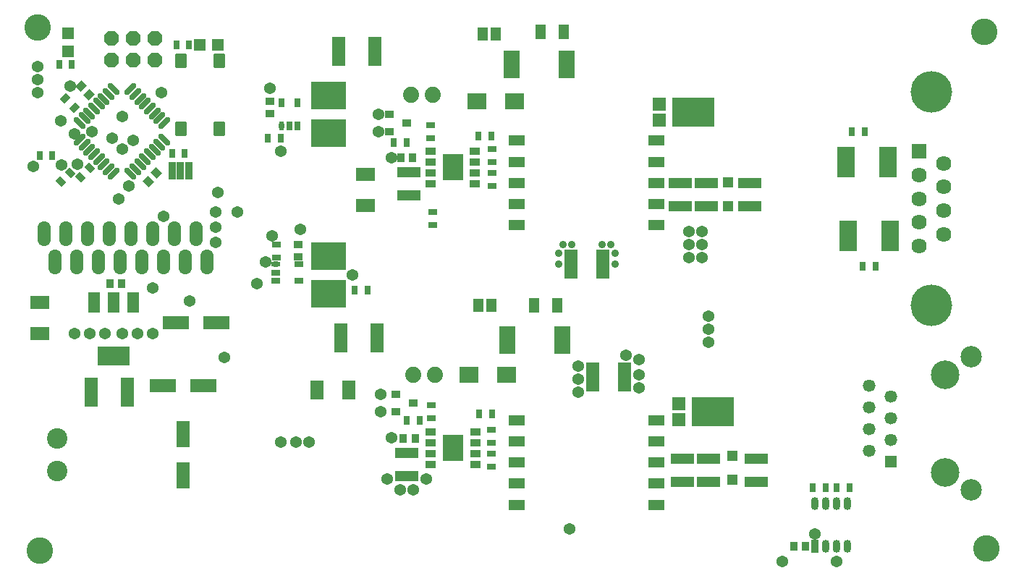
<source format=gts>
%FSLAX42Y42*%
%MOMM*%
G71*
G01*
G75*
G04 Layer_Color=8388736*
%ADD10R,4.86X3.36*%
%ADD11R,1.40X1.39*%
%ADD12R,1.42X3.02*%
%ADD13R,3.02X1.42*%
%ADD14R,0.70X0.90*%
%ADD15O,0.80X1.40*%
%ADD16R,0.80X1.40*%
%ADD17R,0.80X0.90*%
%ADD18R,2.60X1.10*%
%ADD19R,2.00X3.50*%
%ADD20R,2.18X1.52*%
%ADD21R,1.55X3.30*%
%ADD22R,1.52X2.18*%
%ADD23R,0.90X0.70*%
%ADD24R,0.90X0.80*%
%ADD25R,1.14X0.76*%
%ADD26R,2.26X3.00*%
%ADD27R,1.88X1.17*%
%ADD28R,1.10X1.40*%
%ADD29R,1.10X1.70*%
G04:AMPARAMS|DCode=30|XSize=0.9mm|YSize=0.7mm|CornerRadius=0mm|HoleSize=0mm|Usage=FLASHONLY|Rotation=225.000|XOffset=0mm|YOffset=0mm|HoleType=Round|Shape=Rectangle|*
%AMROTATEDRECTD30*
4,1,4,0.07,0.57,0.57,0.07,-0.07,-0.57,-0.57,-0.07,0.07,0.57,0.0*
%
%ADD30ROTATEDRECTD30*%

%ADD31R,1.80X3.20*%
%ADD32R,1.20X1.20*%
%ADD33R,4.00X3.10*%
G04:AMPARAMS|DCode=34|XSize=0.9mm|YSize=0.8mm|CornerRadius=0mm|HoleSize=0mm|Usage=FLASHONLY|Rotation=135.000|XOffset=0mm|YOffset=0mm|HoleType=Round|Shape=Rectangle|*
%AMROTATEDRECTD34*
4,1,4,0.60,-0.04,0.04,-0.60,-0.60,0.04,-0.04,0.60,0.60,-0.04,0.0*
%
%ADD34ROTATEDRECTD34*%

G04:AMPARAMS|DCode=35|XSize=0.9mm|YSize=0.8mm|CornerRadius=0mm|HoleSize=0mm|Usage=FLASHONLY|Rotation=45.000|XOffset=0mm|YOffset=0mm|HoleType=Round|Shape=Rectangle|*
%AMROTATEDRECTD35*
4,1,4,-0.04,-0.60,-0.60,-0.04,0.04,0.60,0.60,0.04,-0.04,-0.60,0.0*
%
%ADD35ROTATEDRECTD35*%

G04:AMPARAMS|DCode=36|XSize=0.9mm|YSize=0.7mm|CornerRadius=0mm|HoleSize=0mm|Usage=FLASHONLY|Rotation=315.000|XOffset=0mm|YOffset=0mm|HoleType=Round|Shape=Rectangle|*
%AMROTATEDRECTD36*
4,1,4,-0.57,0.07,-0.07,0.57,0.57,-0.07,0.07,-0.57,-0.57,0.07,0.0*
%
%ADD36ROTATEDRECTD36*%

%ADD37R,1.22X1.22*%
%ADD38R,1.40X3.30*%
%ADD39R,2.10X1.80*%
%ADD40O,1.00X0.55*%
%ADD41R,1.00X0.55*%
%ADD42O,0.55X1.00*%
%ADD43R,0.55X1.00*%
G04:AMPARAMS|DCode=44|XSize=1.55mm|YSize=1.3mm|CornerRadius=0.1mm|HoleSize=0mm|Usage=FLASHONLY|Rotation=90.000|XOffset=0mm|YOffset=0mm|HoleType=Round|Shape=RoundedRectangle|*
%AMROUNDEDRECTD44*
21,1,1.55,1.10,0,0,90.0*
21,1,1.35,1.30,0,0,90.0*
1,1,0.20,0.55,0.68*
1,1,0.20,0.55,-0.68*
1,1,0.20,-0.55,-0.68*
1,1,0.20,-0.55,0.68*
%
%ADD44ROUNDEDRECTD44*%
G04:AMPARAMS|DCode=45|XSize=0.55mm|YSize=1.65mm|CornerRadius=0mm|HoleSize=0mm|Usage=FLASHONLY|Rotation=135.000|XOffset=0mm|YOffset=0mm|HoleType=Round|Shape=Round|*
%AMOVALD45*
21,1,1.10,0.55,0.00,0.00,225.0*
1,1,0.55,0.39,0.39*
1,1,0.55,-0.39,-0.39*
%
%ADD45OVALD45*%

G04:AMPARAMS|DCode=46|XSize=0.55mm|YSize=1.65mm|CornerRadius=0mm|HoleSize=0mm|Usage=FLASHONLY|Rotation=225.000|XOffset=0mm|YOffset=0mm|HoleType=Round|Shape=Round|*
%AMOVALD46*
21,1,1.10,0.55,0.00,0.00,315.0*
1,1,0.55,-0.39,0.39*
1,1,0.55,0.39,-0.39*
%
%ADD46OVALD46*%

%ADD47R,1.22X1.22*%
%ADD48R,0.71X2.01*%
%ADD49R,1.22X2.24*%
%ADD50R,3.61X2.21*%
%ADD51C,0.75*%
%ADD52C,0.50*%
%ADD53C,1.00*%
%ADD54C,1.27*%
%ADD55C,0.30*%
%ADD56C,0.64*%
%ADD57C,0.51*%
%ADD58C,0.25*%
%ADD59C,0.70*%
%ADD60R,1.37X1.37*%
%ADD61C,1.37*%
%ADD62C,2.40*%
%ADD63C,3.25*%
%ADD64C,3.00*%
%ADD65O,1.42X2.84*%
%ADD66C,1.78*%
%ADD67C,2.30*%
%ADD68C,1.69*%
%ADD69R,1.69X1.69*%
%ADD70C,4.76*%
G04:AMPARAMS|DCode=71|XSize=1.57mm|YSize=1.57mm|CornerRadius=0mm|HoleSize=0mm|Usage=FLASHONLY|Rotation=0.000|XOffset=0mm|YOffset=0mm|HoleType=Round|Shape=Octagon|*
%AMOCTAGOND71*
4,1,8,0.79,-0.39,0.79,0.39,0.39,0.79,-0.39,0.79,-0.79,0.39,-0.79,-0.39,-0.39,-0.79,0.39,-0.79,0.79,-0.39,0.0*
%
%ADD71OCTAGOND71*%

%ADD72C,1.27*%
%ADD73C,0.80*%
%ADD74C,0.10*%
%ADD75C,0.15*%
%ADD76C,0.20*%
%ADD77C,0.60*%
%ADD78C,0.25*%
%ADD79C,0.13*%
%ADD80C,0.03*%
%ADD81C,0.23*%
%ADD82C,0.20*%
%ADD83C,0.15*%
%ADD84R,1.27X0.64*%
%ADD85R,0.30X0.30*%
%ADD86R,0.15X0.30*%
%ADD87R,0.15X0.30*%
%ADD88R,0.30X0.30*%
%ADD89R,0.30X0.15*%
%ADD90R,0.30X0.15*%
%ADD91R,4.96X3.46*%
%ADD92R,1.50X1.49*%
%ADD93R,1.52X3.12*%
%ADD94R,3.12X1.52*%
%ADD95R,0.80X1.00*%
%ADD96O,0.90X1.50*%
%ADD97R,0.90X1.50*%
%ADD98R,0.90X1.00*%
%ADD99R,2.70X1.20*%
%ADD100R,2.10X3.60*%
%ADD101R,2.28X1.62*%
%ADD102R,1.65X3.40*%
%ADD103R,1.62X2.28*%
%ADD104R,1.00X0.80*%
%ADD105R,1.00X0.90*%
%ADD106R,1.24X0.86*%
%ADD107R,2.36X3.10*%
%ADD108R,1.98X1.27*%
%ADD109R,1.20X1.50*%
%ADD110R,1.20X1.80*%
G04:AMPARAMS|DCode=111|XSize=1mm|YSize=0.8mm|CornerRadius=0mm|HoleSize=0mm|Usage=FLASHONLY|Rotation=225.000|XOffset=0mm|YOffset=0mm|HoleType=Round|Shape=Rectangle|*
%AMROTATEDRECTD111*
4,1,4,0.07,0.64,0.64,0.07,-0.07,-0.64,-0.64,-0.07,0.07,0.64,0.0*
%
%ADD111ROTATEDRECTD111*%

%ADD112R,1.90X3.30*%
%ADD113R,1.30X1.30*%
%ADD114R,4.10X3.20*%
G04:AMPARAMS|DCode=115|XSize=1mm|YSize=0.9mm|CornerRadius=0mm|HoleSize=0mm|Usage=FLASHONLY|Rotation=135.000|XOffset=0mm|YOffset=0mm|HoleType=Round|Shape=Rectangle|*
%AMROTATEDRECTD115*
4,1,4,0.67,-0.04,0.04,-0.67,-0.67,0.04,-0.04,0.67,0.67,-0.04,0.0*
%
%ADD115ROTATEDRECTD115*%

G04:AMPARAMS|DCode=116|XSize=1mm|YSize=0.9mm|CornerRadius=0mm|HoleSize=0mm|Usage=FLASHONLY|Rotation=45.000|XOffset=0mm|YOffset=0mm|HoleType=Round|Shape=Rectangle|*
%AMROTATEDRECTD116*
4,1,4,-0.04,-0.67,-0.67,-0.04,0.04,0.67,0.67,0.04,-0.04,-0.67,0.0*
%
%ADD116ROTATEDRECTD116*%

G04:AMPARAMS|DCode=117|XSize=1mm|YSize=0.8mm|CornerRadius=0mm|HoleSize=0mm|Usage=FLASHONLY|Rotation=315.000|XOffset=0mm|YOffset=0mm|HoleType=Round|Shape=Rectangle|*
%AMROTATEDRECTD117*
4,1,4,-0.64,0.07,-0.07,0.64,0.64,-0.07,0.07,-0.64,-0.64,0.07,0.0*
%
%ADD117ROTATEDRECTD117*%

%ADD118R,1.32X1.32*%
%ADD119R,1.50X3.40*%
%ADD120R,2.20X1.90*%
%ADD121O,1.10X0.65*%
%ADD122R,1.10X0.65*%
%ADD123O,0.65X1.10*%
%ADD124R,0.65X1.10*%
G04:AMPARAMS|DCode=125|XSize=1.65mm|YSize=1.4mm|CornerRadius=0.15mm|HoleSize=0mm|Usage=FLASHONLY|Rotation=90.000|XOffset=0mm|YOffset=0mm|HoleType=Round|Shape=RoundedRectangle|*
%AMROUNDEDRECTD125*
21,1,1.65,1.10,0,0,90.0*
21,1,1.35,1.40,0,0,90.0*
1,1,0.30,0.55,0.68*
1,1,0.30,0.55,-0.68*
1,1,0.30,-0.55,-0.68*
1,1,0.30,-0.55,0.68*
%
%ADD125ROUNDEDRECTD125*%
G04:AMPARAMS|DCode=126|XSize=0.65mm|YSize=1.75mm|CornerRadius=0mm|HoleSize=0mm|Usage=FLASHONLY|Rotation=135.000|XOffset=0mm|YOffset=0mm|HoleType=Round|Shape=Round|*
%AMOVALD126*
21,1,1.10,0.65,0.00,0.00,225.0*
1,1,0.65,0.39,0.39*
1,1,0.65,-0.39,-0.39*
%
%ADD126OVALD126*%

G04:AMPARAMS|DCode=127|XSize=0.65mm|YSize=1.75mm|CornerRadius=0mm|HoleSize=0mm|Usage=FLASHONLY|Rotation=225.000|XOffset=0mm|YOffset=0mm|HoleType=Round|Shape=Round|*
%AMOVALD127*
21,1,1.10,0.65,0.00,0.00,315.0*
1,1,0.65,-0.39,0.39*
1,1,0.65,0.39,-0.39*
%
%ADD127OVALD127*%

%ADD128R,1.32X1.32*%
%ADD129R,0.81X2.11*%
%ADD130R,1.32X2.34*%
%ADD131R,3.71X2.31*%
%ADD132R,1.47X1.47*%
%ADD133C,1.47*%
%ADD134C,2.50*%
%ADD135C,3.35*%
%ADD136C,3.10*%
%ADD137O,1.52X2.95*%
%ADD138C,1.88*%
%ADD139C,2.40*%
%ADD140C,1.79*%
%ADD141R,1.79X1.79*%
%ADD142C,4.86*%
G04:AMPARAMS|DCode=143|XSize=1.68mm|YSize=1.68mm|CornerRadius=0mm|HoleSize=0mm|Usage=FLASHONLY|Rotation=0.000|XOffset=0mm|YOffset=0mm|HoleType=Round|Shape=Octagon|*
%AMOCTAGOND143*
4,1,8,0.84,-0.42,0.84,0.42,0.42,0.84,-0.42,0.84,-0.84,0.42,-0.84,-0.42,-0.42,-0.84,0.42,-0.84,0.84,-0.42,0.0*
%
%ADD143OCTAGOND143*%

%ADD144C,0.90*%
D61*
X11125Y1041D02*
D03*
X11506Y1363D02*
D03*
X8636Y1422D02*
D03*
X6502Y2007D02*
D03*
X6960D02*
D03*
X11760Y1041D02*
D03*
X10185Y4750D02*
D03*
Y4597D02*
D03*
X10262Y3607D02*
D03*
Y3759D02*
D03*
Y3912D02*
D03*
X5588Y2438D02*
D03*
X5436D02*
D03*
X5258D02*
D03*
X4597Y3429D02*
D03*
X4496Y4953D02*
D03*
X4978Y4293D02*
D03*
X6096Y4394D02*
D03*
X3886Y5080D02*
D03*
X5486Y4925D02*
D03*
X5156Y4851D02*
D03*
X4750Y5131D02*
D03*
X4191Y4089D02*
D03*
X5258Y5842D02*
D03*
X4496Y4775D02*
D03*
X5131Y6579D02*
D03*
X5080Y4547D02*
D03*
X6426Y2997D02*
D03*
X6401Y6274D02*
D03*
X6426Y2794D02*
D03*
X6401Y6071D02*
D03*
X6807Y1880D02*
D03*
X6655D02*
D03*
X6553Y2489D02*
D03*
Y5766D02*
D03*
X10185Y4902D02*
D03*
X10033Y4597D02*
D03*
Y4750D02*
D03*
Y4902D02*
D03*
X3285Y5994D02*
D03*
X2881Y5690D02*
D03*
X2688Y6198D02*
D03*
X3047Y6071D02*
D03*
X2841Y6045D02*
D03*
X3363Y5277D02*
D03*
X3400Y5867D02*
D03*
Y6248D02*
D03*
X3476Y5436D02*
D03*
X3857Y6528D02*
D03*
X3527Y5969D02*
D03*
X2690Y5677D02*
D03*
X4494Y5131D02*
D03*
X2409Y6833D02*
D03*
X2790Y6604D02*
D03*
X4517Y5359D02*
D03*
X2409Y6680D02*
D03*
Y6528D02*
D03*
X2358Y5664D02*
D03*
X3759Y4242D02*
D03*
X3200Y3708D02*
D03*
X3404D02*
D03*
X3581D02*
D03*
X3759D02*
D03*
X3023D02*
D03*
X2845D02*
D03*
X8738Y3327D02*
D03*
Y3175D02*
D03*
Y3023D02*
D03*
X9296Y3454D02*
D03*
X9449Y3404D02*
D03*
Y3226D02*
D03*
Y3073D02*
D03*
D91*
X10312Y2794D02*
D03*
X10084Y6299D02*
D03*
D92*
X9914Y2886D02*
D03*
Y2702D02*
D03*
X9686Y6391D02*
D03*
Y6207D02*
D03*
D93*
X4115Y2045D02*
D03*
Y2526D02*
D03*
D94*
X3874Y3099D02*
D03*
X4355D02*
D03*
X4026Y3835D02*
D03*
X4507D02*
D03*
D95*
X11482Y1905D02*
D03*
X11632D02*
D03*
X11761D02*
D03*
X11911D02*
D03*
X6273Y4216D02*
D03*
X6123D02*
D03*
X6882Y2692D02*
D03*
X6732D02*
D03*
X5257Y5994D02*
D03*
X5107D02*
D03*
X7570Y6020D02*
D03*
X7720D02*
D03*
X2664Y6858D02*
D03*
X2814D02*
D03*
X4135Y5817D02*
D03*
X3985D02*
D03*
X4036Y7087D02*
D03*
X4186D02*
D03*
X2436Y5791D02*
D03*
X2586D02*
D03*
X12216Y4496D02*
D03*
X12066D02*
D03*
X12089Y6071D02*
D03*
X11939D02*
D03*
X6730Y5944D02*
D03*
X6580D02*
D03*
X7731Y2763D02*
D03*
X7581D02*
D03*
D96*
X11887Y1719D02*
D03*
X11760D02*
D03*
X11633D02*
D03*
X11506D02*
D03*
X11887Y1219D02*
D03*
X11760D02*
D03*
X11633D02*
D03*
D97*
X11506D02*
D03*
D98*
X11258Y1219D02*
D03*
X11398D02*
D03*
X6829Y2481D02*
D03*
X6689D02*
D03*
X6661Y5766D02*
D03*
X6801D02*
D03*
X3257Y4293D02*
D03*
X3397D02*
D03*
D99*
X10744Y5469D02*
D03*
Y5199D02*
D03*
X10820Y2243D02*
D03*
Y1973D02*
D03*
X6734Y2311D02*
D03*
Y2041D02*
D03*
X9931Y5199D02*
D03*
Y5469D02*
D03*
X10236Y5199D02*
D03*
Y5469D02*
D03*
X6756Y5596D02*
D03*
Y5326D02*
D03*
X10262Y1973D02*
D03*
Y2243D02*
D03*
X9957Y1973D02*
D03*
Y2243D02*
D03*
D100*
X12386Y4851D02*
D03*
X11896D02*
D03*
X12361Y5715D02*
D03*
X11871D02*
D03*
D101*
X2438Y4070D02*
D03*
Y3702D02*
D03*
X6248Y5569D02*
D03*
Y5201D02*
D03*
D102*
X3461Y3023D02*
D03*
X3041D02*
D03*
X6357Y7010D02*
D03*
X5937D02*
D03*
X6382Y3658D02*
D03*
X5962D02*
D03*
D103*
X6051Y3048D02*
D03*
X5683D02*
D03*
D104*
X7036Y5130D02*
D03*
Y4980D02*
D03*
X7725Y2581D02*
D03*
Y2431D02*
D03*
Y2302D02*
D03*
Y2152D02*
D03*
X5207Y4749D02*
D03*
Y4599D02*
D03*
X7010Y5996D02*
D03*
Y6146D02*
D03*
X7730Y5437D02*
D03*
Y5587D02*
D03*
Y5716D02*
D03*
Y5866D02*
D03*
X7021Y2864D02*
D03*
Y2714D02*
D03*
D105*
X6729Y6172D02*
D03*
X6529Y6272D02*
D03*
Y6072D02*
D03*
X6806Y2896D02*
D03*
X6606Y2996D02*
D03*
Y2796D02*
D03*
X5461Y4604D02*
D03*
Y4744D02*
D03*
X5131Y6280D02*
D03*
Y6420D02*
D03*
D106*
X7010Y5842D02*
D03*
Y5715D02*
D03*
Y5588D02*
D03*
Y5461D02*
D03*
X7531Y5842D02*
D03*
Y5715D02*
D03*
Y5588D02*
D03*
Y5461D02*
D03*
X7534Y2176D02*
D03*
Y2303D02*
D03*
Y2430D02*
D03*
Y2557D02*
D03*
X7013Y2176D02*
D03*
Y2303D02*
D03*
Y2430D02*
D03*
Y2557D02*
D03*
D107*
X7271Y5651D02*
D03*
X7274Y2366D02*
D03*
D108*
X9652Y2694D02*
D03*
Y2446D02*
D03*
Y2198D02*
D03*
Y1950D02*
D03*
Y1702D02*
D03*
X8016Y2694D02*
D03*
Y2446D02*
D03*
Y2198D02*
D03*
Y1950D02*
D03*
Y1702D02*
D03*
X8020Y4973D02*
D03*
Y5221D02*
D03*
Y5469D02*
D03*
Y5717D02*
D03*
Y5965D02*
D03*
X9656Y4973D02*
D03*
Y5221D02*
D03*
Y5469D02*
D03*
Y5717D02*
D03*
Y5965D02*
D03*
D109*
X7570Y4039D02*
D03*
X7720D02*
D03*
X7771Y7214D02*
D03*
X7621D02*
D03*
D110*
X8568Y7239D02*
D03*
X8298D02*
D03*
X8222Y4039D02*
D03*
X8492D02*
D03*
D111*
X2737Y6454D02*
D03*
X2843Y6348D02*
D03*
D112*
X7955Y6858D02*
D03*
X8605D02*
D03*
X7905Y3632D02*
D03*
X8555D02*
D03*
D113*
X10490Y5474D02*
D03*
Y5194D02*
D03*
X10541Y2274D02*
D03*
Y1994D02*
D03*
D114*
X5817Y4174D02*
D03*
Y4614D02*
D03*
Y6494D02*
D03*
Y6054D02*
D03*
D115*
X3805Y5587D02*
D03*
X3706Y5488D02*
D03*
D116*
X3017Y6504D02*
D03*
X2918Y6603D02*
D03*
D117*
X2686Y5484D02*
D03*
X2792Y5590D02*
D03*
X2915Y5535D02*
D03*
X3021Y5641D02*
D03*
D118*
X2765Y7219D02*
D03*
Y7007D02*
D03*
D119*
X8649Y4521D02*
D03*
X9029D02*
D03*
X8903Y3200D02*
D03*
X9283D02*
D03*
D120*
X7462Y3220D02*
D03*
X7902D02*
D03*
X7552Y6426D02*
D03*
X7992D02*
D03*
D121*
X5199Y4515D02*
D03*
D122*
Y4420D02*
D03*
Y4325D02*
D03*
X5469Y4515D02*
D03*
Y4325D02*
D03*
D123*
X5264Y6139D02*
D03*
D124*
X5359D02*
D03*
X5454D02*
D03*
X5264Y6409D02*
D03*
X5454D02*
D03*
D125*
X4539Y6900D02*
D03*
Y6105D02*
D03*
X4089Y6900D02*
D03*
Y6105D02*
D03*
D126*
X3301Y5576D02*
D03*
X3244Y5632D02*
D03*
X3187Y5689D02*
D03*
X3131Y5745D02*
D03*
X3074Y5802D02*
D03*
X3018Y5858D02*
D03*
X2961Y5915D02*
D03*
X2905Y5972D02*
D03*
X3499Y6566D02*
D03*
X3555Y6509D02*
D03*
X3612Y6452D02*
D03*
X3668Y6396D02*
D03*
X3725Y6339D02*
D03*
X3781Y6283D02*
D03*
X3838Y6226D02*
D03*
X3895Y6170D02*
D03*
D127*
X2905D02*
D03*
X2961Y6226D02*
D03*
X3018Y6283D02*
D03*
X3074Y6339D02*
D03*
X3131Y6396D02*
D03*
X3187Y6452D02*
D03*
X3244Y6509D02*
D03*
X3301Y6566D02*
D03*
X3895Y5972D02*
D03*
X3838Y5915D02*
D03*
X3781Y5858D02*
D03*
X3725Y5802D02*
D03*
X3668Y5745D02*
D03*
X3612Y5689D02*
D03*
X3555Y5632D02*
D03*
X3499Y5576D02*
D03*
D128*
X4522Y7087D02*
D03*
X4311D02*
D03*
D129*
X4185Y5613D02*
D03*
X4085D02*
D03*
X3984Y5613D02*
D03*
D130*
X3533Y4069D02*
D03*
X3302D02*
D03*
X3071D02*
D03*
D131*
X3302Y3447D02*
D03*
D132*
X12395Y2210D02*
D03*
D133*
X12141Y2337D02*
D03*
X12395Y2464D02*
D03*
X12141Y2591D02*
D03*
X12395Y2718D02*
D03*
X12141Y2845D02*
D03*
X12395Y2972D02*
D03*
X12141Y3099D02*
D03*
D134*
X13335Y1875D02*
D03*
Y3434D02*
D03*
D135*
X13030Y2083D02*
D03*
Y3226D02*
D03*
D136*
X13513Y1194D02*
D03*
X13487Y7239D02*
D03*
X2438Y1168D02*
D03*
X2413Y7290D02*
D03*
D137*
X2612Y4547D02*
D03*
X2866D02*
D03*
X3120D02*
D03*
X3374D02*
D03*
X3628D02*
D03*
X3882D02*
D03*
X4136D02*
D03*
X4390D02*
D03*
X4263Y4877D02*
D03*
X4009D02*
D03*
X3755D02*
D03*
X3501D02*
D03*
X3247D02*
D03*
X2993D02*
D03*
X2739D02*
D03*
X2485D02*
D03*
D138*
X6807Y3226D02*
D03*
X7061D02*
D03*
X6782Y6502D02*
D03*
X7036D02*
D03*
D139*
X2642Y2476D02*
D03*
Y2095D02*
D03*
D140*
X12726Y4729D02*
D03*
X13010Y4868D02*
D03*
X12726Y5006D02*
D03*
X13010Y5145D02*
D03*
X12726Y5283D02*
D03*
X13010Y5422D02*
D03*
X12726Y5560D02*
D03*
X13010Y5699D02*
D03*
D141*
X12726Y5837D02*
D03*
D142*
X12868Y6533D02*
D03*
Y4034D02*
D03*
D143*
X3273Y6909D02*
D03*
Y7163D02*
D03*
X3527Y6909D02*
D03*
Y7163D02*
D03*
X3781Y6909D02*
D03*
Y7163D02*
D03*
D144*
X9169Y4648D02*
D03*
Y4521D02*
D03*
X9119Y4750D02*
D03*
X9017D02*
D03*
X8509Y4521D02*
D03*
Y4648D02*
D03*
X8560Y4750D02*
D03*
X8661D02*
D03*
M02*

</source>
